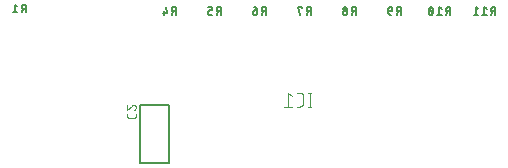
<source format=gbr>
G04 EAGLE Gerber RS-274X export*
G75*
%MOMM*%
%FSLAX34Y34*%
%LPD*%
%INSilkscreen Bottom*%
%IPPOS*%
%AMOC8*
5,1,8,0,0,1.08239X$1,22.5*%
G01*
%ADD10C,0.101600*%
%ADD11C,0.152400*%
%ADD12C,0.127000*%


D10*
X461744Y228092D02*
X461744Y216408D01*
X463042Y216408D02*
X460446Y216408D01*
X460446Y228092D02*
X463042Y228092D01*
X453282Y216408D02*
X450686Y216408D01*
X453282Y216408D02*
X453381Y216410D01*
X453481Y216416D01*
X453580Y216425D01*
X453678Y216438D01*
X453776Y216455D01*
X453874Y216476D01*
X453970Y216501D01*
X454065Y216529D01*
X454159Y216561D01*
X454252Y216596D01*
X454344Y216635D01*
X454434Y216678D01*
X454522Y216723D01*
X454609Y216773D01*
X454693Y216825D01*
X454776Y216881D01*
X454856Y216939D01*
X454934Y217001D01*
X455009Y217066D01*
X455082Y217134D01*
X455152Y217204D01*
X455220Y217277D01*
X455285Y217352D01*
X455347Y217430D01*
X455405Y217510D01*
X455461Y217593D01*
X455513Y217677D01*
X455563Y217764D01*
X455608Y217852D01*
X455651Y217942D01*
X455690Y218034D01*
X455725Y218127D01*
X455757Y218221D01*
X455785Y218316D01*
X455810Y218412D01*
X455831Y218510D01*
X455848Y218608D01*
X455861Y218706D01*
X455870Y218805D01*
X455876Y218905D01*
X455878Y219004D01*
X455879Y219004D02*
X455879Y225496D01*
X455878Y225496D02*
X455876Y225595D01*
X455870Y225695D01*
X455861Y225794D01*
X455848Y225892D01*
X455831Y225990D01*
X455810Y226088D01*
X455785Y226184D01*
X455757Y226279D01*
X455725Y226373D01*
X455690Y226466D01*
X455651Y226558D01*
X455608Y226648D01*
X455563Y226736D01*
X455513Y226823D01*
X455461Y226907D01*
X455405Y226990D01*
X455347Y227070D01*
X455285Y227148D01*
X455220Y227223D01*
X455152Y227296D01*
X455082Y227366D01*
X455009Y227434D01*
X454934Y227499D01*
X454856Y227561D01*
X454776Y227619D01*
X454693Y227675D01*
X454609Y227727D01*
X454522Y227777D01*
X454434Y227822D01*
X454344Y227865D01*
X454252Y227904D01*
X454159Y227939D01*
X454065Y227971D01*
X453970Y227999D01*
X453874Y228024D01*
X453776Y228045D01*
X453678Y228062D01*
X453580Y228075D01*
X453481Y228084D01*
X453381Y228090D01*
X453282Y228092D01*
X450686Y228092D01*
X446320Y225496D02*
X443075Y228092D01*
X443075Y216408D01*
X446320Y216408D02*
X439829Y216408D01*
D11*
X221353Y296164D02*
X221353Y302768D01*
X219518Y302768D01*
X219433Y302766D01*
X219349Y302760D01*
X219265Y302750D01*
X219181Y302737D01*
X219098Y302719D01*
X219016Y302698D01*
X218935Y302673D01*
X218855Y302644D01*
X218777Y302612D01*
X218701Y302576D01*
X218626Y302536D01*
X218553Y302493D01*
X218482Y302447D01*
X218413Y302398D01*
X218346Y302345D01*
X218282Y302289D01*
X218221Y302231D01*
X218163Y302170D01*
X218107Y302106D01*
X218054Y302039D01*
X218005Y301970D01*
X217959Y301899D01*
X217916Y301826D01*
X217876Y301751D01*
X217840Y301675D01*
X217808Y301597D01*
X217779Y301517D01*
X217754Y301436D01*
X217733Y301354D01*
X217715Y301271D01*
X217702Y301187D01*
X217692Y301103D01*
X217686Y301019D01*
X217684Y300934D01*
X217686Y300849D01*
X217692Y300765D01*
X217702Y300681D01*
X217715Y300597D01*
X217733Y300514D01*
X217754Y300432D01*
X217779Y300351D01*
X217808Y300271D01*
X217840Y300193D01*
X217876Y300117D01*
X217916Y300042D01*
X217959Y299969D01*
X218005Y299898D01*
X218054Y299829D01*
X218107Y299762D01*
X218163Y299698D01*
X218221Y299637D01*
X218282Y299579D01*
X218346Y299523D01*
X218413Y299470D01*
X218482Y299421D01*
X218553Y299375D01*
X218626Y299332D01*
X218701Y299292D01*
X218777Y299256D01*
X218855Y299224D01*
X218935Y299195D01*
X219016Y299170D01*
X219098Y299149D01*
X219181Y299131D01*
X219265Y299118D01*
X219349Y299108D01*
X219433Y299102D01*
X219518Y299100D01*
X219518Y299099D02*
X221353Y299099D01*
X219151Y299099D02*
X217684Y296164D01*
X214116Y301300D02*
X212282Y302768D01*
X212282Y296164D01*
X214116Y296164D02*
X210447Y296164D01*
X580610Y294132D02*
X580610Y300736D01*
X578776Y300736D01*
X578691Y300734D01*
X578607Y300728D01*
X578523Y300718D01*
X578439Y300705D01*
X578356Y300687D01*
X578274Y300666D01*
X578193Y300641D01*
X578113Y300612D01*
X578035Y300580D01*
X577959Y300544D01*
X577884Y300504D01*
X577811Y300461D01*
X577740Y300415D01*
X577671Y300366D01*
X577604Y300313D01*
X577540Y300257D01*
X577479Y300199D01*
X577421Y300138D01*
X577365Y300074D01*
X577312Y300007D01*
X577263Y299938D01*
X577217Y299867D01*
X577174Y299794D01*
X577134Y299719D01*
X577098Y299643D01*
X577066Y299565D01*
X577037Y299485D01*
X577012Y299404D01*
X576991Y299322D01*
X576973Y299239D01*
X576960Y299155D01*
X576950Y299071D01*
X576944Y298987D01*
X576942Y298902D01*
X576944Y298817D01*
X576950Y298733D01*
X576960Y298649D01*
X576973Y298565D01*
X576991Y298482D01*
X577012Y298400D01*
X577037Y298319D01*
X577066Y298239D01*
X577098Y298161D01*
X577134Y298085D01*
X577174Y298010D01*
X577217Y297937D01*
X577263Y297866D01*
X577312Y297797D01*
X577365Y297730D01*
X577421Y297666D01*
X577479Y297605D01*
X577540Y297547D01*
X577604Y297491D01*
X577671Y297438D01*
X577740Y297389D01*
X577811Y297343D01*
X577884Y297300D01*
X577959Y297260D01*
X578035Y297224D01*
X578113Y297192D01*
X578193Y297163D01*
X578274Y297138D01*
X578356Y297117D01*
X578439Y297099D01*
X578523Y297086D01*
X578607Y297076D01*
X578691Y297070D01*
X578776Y297068D01*
X578776Y297067D02*
X580610Y297067D01*
X578409Y297067D02*
X576941Y294132D01*
X573374Y299268D02*
X571539Y300736D01*
X571539Y294132D01*
X569705Y294132D02*
X573374Y294132D01*
X566058Y297434D02*
X566056Y297579D01*
X566050Y297724D01*
X566041Y297869D01*
X566027Y298014D01*
X566010Y298158D01*
X565988Y298301D01*
X565963Y298445D01*
X565934Y298587D01*
X565902Y298728D01*
X565865Y298869D01*
X565825Y299008D01*
X565781Y299147D01*
X565734Y299284D01*
X565683Y299420D01*
X565628Y299554D01*
X565570Y299687D01*
X565508Y299819D01*
X565509Y299819D02*
X565483Y299888D01*
X565454Y299955D01*
X565421Y300021D01*
X565385Y300084D01*
X565345Y300146D01*
X565302Y300205D01*
X565256Y300262D01*
X565207Y300316D01*
X565155Y300368D01*
X565100Y300417D01*
X565043Y300462D01*
X564983Y300505D01*
X564921Y300544D01*
X564858Y300580D01*
X564792Y300613D01*
X564725Y300641D01*
X564656Y300667D01*
X564586Y300688D01*
X564515Y300706D01*
X564443Y300719D01*
X564370Y300729D01*
X564297Y300735D01*
X564224Y300737D01*
X564224Y300736D02*
X564151Y300734D01*
X564078Y300728D01*
X564005Y300718D01*
X563934Y300705D01*
X563862Y300687D01*
X563792Y300666D01*
X563724Y300640D01*
X563656Y300612D01*
X563591Y300579D01*
X563527Y300543D01*
X563465Y300504D01*
X563406Y300462D01*
X563349Y300416D01*
X563294Y300367D01*
X563242Y300316D01*
X563193Y300261D01*
X563147Y300204D01*
X563104Y300145D01*
X563064Y300084D01*
X563028Y300020D01*
X562995Y299955D01*
X562966Y299888D01*
X562940Y299819D01*
X562878Y299687D01*
X562820Y299554D01*
X562765Y299420D01*
X562714Y299284D01*
X562667Y299147D01*
X562623Y299008D01*
X562583Y298869D01*
X562546Y298728D01*
X562514Y298587D01*
X562485Y298445D01*
X562460Y298302D01*
X562438Y298158D01*
X562421Y298014D01*
X562407Y297869D01*
X562398Y297724D01*
X562392Y297579D01*
X562390Y297434D01*
X566058Y297434D02*
X566056Y297289D01*
X566050Y297144D01*
X566041Y296999D01*
X566027Y296854D01*
X566010Y296710D01*
X565988Y296567D01*
X565963Y296424D01*
X565935Y296281D01*
X565902Y296140D01*
X565865Y295999D01*
X565825Y295860D01*
X565781Y295721D01*
X565734Y295584D01*
X565683Y295448D01*
X565628Y295314D01*
X565570Y295181D01*
X565508Y295049D01*
X565509Y295050D02*
X565483Y294981D01*
X565454Y294914D01*
X565421Y294848D01*
X565385Y294785D01*
X565345Y294723D01*
X565302Y294664D01*
X565256Y294607D01*
X565207Y294553D01*
X565155Y294501D01*
X565100Y294452D01*
X565043Y294407D01*
X564983Y294364D01*
X564921Y294325D01*
X564858Y294289D01*
X564792Y294256D01*
X564725Y294228D01*
X564656Y294202D01*
X564586Y294181D01*
X564515Y294163D01*
X564443Y294150D01*
X564370Y294140D01*
X564297Y294134D01*
X564224Y294132D01*
X562940Y295049D02*
X562878Y295181D01*
X562820Y295314D01*
X562765Y295448D01*
X562714Y295584D01*
X562667Y295721D01*
X562623Y295860D01*
X562583Y295999D01*
X562546Y296140D01*
X562514Y296281D01*
X562485Y296423D01*
X562460Y296566D01*
X562438Y296710D01*
X562421Y296854D01*
X562407Y296999D01*
X562398Y297144D01*
X562392Y297289D01*
X562390Y297434D01*
X562940Y295049D02*
X562966Y294980D01*
X562995Y294913D01*
X563028Y294848D01*
X563064Y294784D01*
X563104Y294723D01*
X563147Y294664D01*
X563193Y294607D01*
X563242Y294552D01*
X563294Y294501D01*
X563349Y294452D01*
X563406Y294406D01*
X563465Y294364D01*
X563527Y294325D01*
X563591Y294289D01*
X563656Y294256D01*
X563724Y294228D01*
X563792Y294202D01*
X563862Y294181D01*
X563934Y294163D01*
X564005Y294150D01*
X564078Y294140D01*
X564151Y294134D01*
X564224Y294132D01*
X565692Y295600D02*
X562757Y299268D01*
X618710Y300736D02*
X618710Y294132D01*
X618710Y300736D02*
X616876Y300736D01*
X616791Y300734D01*
X616707Y300728D01*
X616623Y300718D01*
X616539Y300705D01*
X616456Y300687D01*
X616374Y300666D01*
X616293Y300641D01*
X616213Y300612D01*
X616135Y300580D01*
X616059Y300544D01*
X615984Y300504D01*
X615911Y300461D01*
X615840Y300415D01*
X615771Y300366D01*
X615704Y300313D01*
X615640Y300257D01*
X615579Y300199D01*
X615521Y300138D01*
X615465Y300074D01*
X615412Y300007D01*
X615363Y299938D01*
X615317Y299867D01*
X615274Y299794D01*
X615234Y299719D01*
X615198Y299643D01*
X615166Y299565D01*
X615137Y299485D01*
X615112Y299404D01*
X615091Y299322D01*
X615073Y299239D01*
X615060Y299155D01*
X615050Y299071D01*
X615044Y298987D01*
X615042Y298902D01*
X615044Y298817D01*
X615050Y298733D01*
X615060Y298649D01*
X615073Y298565D01*
X615091Y298482D01*
X615112Y298400D01*
X615137Y298319D01*
X615166Y298239D01*
X615198Y298161D01*
X615234Y298085D01*
X615274Y298010D01*
X615317Y297937D01*
X615363Y297866D01*
X615412Y297797D01*
X615465Y297730D01*
X615521Y297666D01*
X615579Y297605D01*
X615640Y297547D01*
X615704Y297491D01*
X615771Y297438D01*
X615840Y297389D01*
X615911Y297343D01*
X615984Y297300D01*
X616059Y297260D01*
X616135Y297224D01*
X616213Y297192D01*
X616293Y297163D01*
X616374Y297138D01*
X616456Y297117D01*
X616539Y297099D01*
X616623Y297086D01*
X616707Y297076D01*
X616791Y297070D01*
X616876Y297068D01*
X616876Y297067D02*
X618710Y297067D01*
X616509Y297067D02*
X615041Y294132D01*
X611474Y299268D02*
X609639Y300736D01*
X609639Y294132D01*
X607805Y294132D02*
X611474Y294132D01*
X604159Y299268D02*
X602324Y300736D01*
X602324Y294132D01*
X600490Y294132D02*
X604159Y294132D01*
X348353Y294132D02*
X348353Y300736D01*
X346518Y300736D01*
X346433Y300734D01*
X346349Y300728D01*
X346265Y300718D01*
X346181Y300705D01*
X346098Y300687D01*
X346016Y300666D01*
X345935Y300641D01*
X345855Y300612D01*
X345777Y300580D01*
X345701Y300544D01*
X345626Y300504D01*
X345553Y300461D01*
X345482Y300415D01*
X345413Y300366D01*
X345346Y300313D01*
X345282Y300257D01*
X345221Y300199D01*
X345163Y300138D01*
X345107Y300074D01*
X345054Y300007D01*
X345005Y299938D01*
X344959Y299867D01*
X344916Y299794D01*
X344876Y299719D01*
X344840Y299643D01*
X344808Y299565D01*
X344779Y299485D01*
X344754Y299404D01*
X344733Y299322D01*
X344715Y299239D01*
X344702Y299155D01*
X344692Y299071D01*
X344686Y298987D01*
X344684Y298902D01*
X344686Y298817D01*
X344692Y298733D01*
X344702Y298649D01*
X344715Y298565D01*
X344733Y298482D01*
X344754Y298400D01*
X344779Y298319D01*
X344808Y298239D01*
X344840Y298161D01*
X344876Y298085D01*
X344916Y298010D01*
X344959Y297937D01*
X345005Y297866D01*
X345054Y297797D01*
X345107Y297730D01*
X345163Y297666D01*
X345221Y297605D01*
X345282Y297547D01*
X345346Y297491D01*
X345413Y297438D01*
X345482Y297389D01*
X345553Y297343D01*
X345626Y297300D01*
X345701Y297260D01*
X345777Y297224D01*
X345855Y297192D01*
X345935Y297163D01*
X346016Y297138D01*
X346098Y297117D01*
X346181Y297099D01*
X346265Y297086D01*
X346349Y297076D01*
X346433Y297070D01*
X346518Y297068D01*
X346518Y297067D02*
X348353Y297067D01*
X346151Y297067D02*
X344684Y294132D01*
X341116Y295600D02*
X339649Y300736D01*
X341116Y295600D02*
X337447Y295600D01*
X338548Y297067D02*
X338548Y294132D01*
X386453Y294132D02*
X386453Y300736D01*
X384618Y300736D01*
X384533Y300734D01*
X384449Y300728D01*
X384365Y300718D01*
X384281Y300705D01*
X384198Y300687D01*
X384116Y300666D01*
X384035Y300641D01*
X383955Y300612D01*
X383877Y300580D01*
X383801Y300544D01*
X383726Y300504D01*
X383653Y300461D01*
X383582Y300415D01*
X383513Y300366D01*
X383446Y300313D01*
X383382Y300257D01*
X383321Y300199D01*
X383263Y300138D01*
X383207Y300074D01*
X383154Y300007D01*
X383105Y299938D01*
X383059Y299867D01*
X383016Y299794D01*
X382976Y299719D01*
X382940Y299643D01*
X382908Y299565D01*
X382879Y299485D01*
X382854Y299404D01*
X382833Y299322D01*
X382815Y299239D01*
X382802Y299155D01*
X382792Y299071D01*
X382786Y298987D01*
X382784Y298902D01*
X382786Y298817D01*
X382792Y298733D01*
X382802Y298649D01*
X382815Y298565D01*
X382833Y298482D01*
X382854Y298400D01*
X382879Y298319D01*
X382908Y298239D01*
X382940Y298161D01*
X382976Y298085D01*
X383016Y298010D01*
X383059Y297937D01*
X383105Y297866D01*
X383154Y297797D01*
X383207Y297730D01*
X383263Y297666D01*
X383321Y297605D01*
X383382Y297547D01*
X383446Y297491D01*
X383513Y297438D01*
X383582Y297389D01*
X383653Y297343D01*
X383726Y297300D01*
X383801Y297260D01*
X383877Y297224D01*
X383955Y297192D01*
X384035Y297163D01*
X384116Y297138D01*
X384198Y297117D01*
X384281Y297099D01*
X384365Y297086D01*
X384449Y297076D01*
X384533Y297070D01*
X384618Y297068D01*
X384618Y297067D02*
X386453Y297067D01*
X384251Y297067D02*
X382784Y294132D01*
X379216Y294132D02*
X377015Y294132D01*
X376941Y294134D01*
X376866Y294140D01*
X376793Y294149D01*
X376719Y294162D01*
X376647Y294179D01*
X376576Y294199D01*
X376505Y294223D01*
X376436Y294251D01*
X376369Y294282D01*
X376303Y294316D01*
X376238Y294354D01*
X376176Y294395D01*
X376116Y294439D01*
X376059Y294486D01*
X376004Y294536D01*
X375951Y294589D01*
X375901Y294644D01*
X375854Y294701D01*
X375810Y294761D01*
X375769Y294823D01*
X375731Y294888D01*
X375697Y294953D01*
X375666Y295021D01*
X375638Y295090D01*
X375614Y295161D01*
X375594Y295232D01*
X375577Y295304D01*
X375564Y295378D01*
X375555Y295451D01*
X375549Y295526D01*
X375547Y295600D01*
X375547Y296333D01*
X375549Y296407D01*
X375555Y296482D01*
X375564Y296555D01*
X375577Y296629D01*
X375594Y296701D01*
X375614Y296772D01*
X375638Y296843D01*
X375666Y296912D01*
X375697Y296979D01*
X375731Y297045D01*
X375769Y297110D01*
X375810Y297172D01*
X375854Y297232D01*
X375901Y297289D01*
X375951Y297344D01*
X376004Y297397D01*
X376059Y297447D01*
X376116Y297494D01*
X376176Y297538D01*
X376238Y297579D01*
X376303Y297617D01*
X376369Y297651D01*
X376436Y297682D01*
X376505Y297710D01*
X376576Y297734D01*
X376647Y297754D01*
X376719Y297771D01*
X376793Y297784D01*
X376866Y297793D01*
X376941Y297799D01*
X377015Y297801D01*
X379216Y297801D01*
X379216Y300736D01*
X375547Y300736D01*
X424553Y300736D02*
X424553Y294132D01*
X424553Y300736D02*
X422718Y300736D01*
X422633Y300734D01*
X422549Y300728D01*
X422465Y300718D01*
X422381Y300705D01*
X422298Y300687D01*
X422216Y300666D01*
X422135Y300641D01*
X422055Y300612D01*
X421977Y300580D01*
X421901Y300544D01*
X421826Y300504D01*
X421753Y300461D01*
X421682Y300415D01*
X421613Y300366D01*
X421546Y300313D01*
X421482Y300257D01*
X421421Y300199D01*
X421363Y300138D01*
X421307Y300074D01*
X421254Y300007D01*
X421205Y299938D01*
X421159Y299867D01*
X421116Y299794D01*
X421076Y299719D01*
X421040Y299643D01*
X421008Y299565D01*
X420979Y299485D01*
X420954Y299404D01*
X420933Y299322D01*
X420915Y299239D01*
X420902Y299155D01*
X420892Y299071D01*
X420886Y298987D01*
X420884Y298902D01*
X420886Y298817D01*
X420892Y298733D01*
X420902Y298649D01*
X420915Y298565D01*
X420933Y298482D01*
X420954Y298400D01*
X420979Y298319D01*
X421008Y298239D01*
X421040Y298161D01*
X421076Y298085D01*
X421116Y298010D01*
X421159Y297937D01*
X421205Y297866D01*
X421254Y297797D01*
X421307Y297730D01*
X421363Y297666D01*
X421421Y297605D01*
X421482Y297547D01*
X421546Y297491D01*
X421613Y297438D01*
X421682Y297389D01*
X421753Y297343D01*
X421826Y297300D01*
X421901Y297260D01*
X421977Y297224D01*
X422055Y297192D01*
X422135Y297163D01*
X422216Y297138D01*
X422298Y297117D01*
X422381Y297099D01*
X422465Y297086D01*
X422549Y297076D01*
X422633Y297070D01*
X422718Y297068D01*
X422718Y297067D02*
X424553Y297067D01*
X422351Y297067D02*
X420884Y294132D01*
X417316Y297801D02*
X415115Y297801D01*
X415041Y297799D01*
X414966Y297793D01*
X414893Y297784D01*
X414819Y297771D01*
X414747Y297754D01*
X414676Y297734D01*
X414605Y297710D01*
X414536Y297682D01*
X414469Y297651D01*
X414403Y297617D01*
X414338Y297579D01*
X414276Y297538D01*
X414216Y297494D01*
X414159Y297447D01*
X414104Y297397D01*
X414051Y297344D01*
X414001Y297289D01*
X413954Y297232D01*
X413910Y297172D01*
X413869Y297110D01*
X413831Y297045D01*
X413797Y296979D01*
X413766Y296912D01*
X413738Y296843D01*
X413714Y296772D01*
X413694Y296701D01*
X413677Y296629D01*
X413664Y296555D01*
X413655Y296482D01*
X413649Y296407D01*
X413647Y296333D01*
X413647Y295966D01*
X413648Y295966D02*
X413650Y295881D01*
X413656Y295797D01*
X413666Y295713D01*
X413679Y295629D01*
X413697Y295546D01*
X413718Y295464D01*
X413743Y295383D01*
X413772Y295303D01*
X413804Y295225D01*
X413840Y295149D01*
X413880Y295074D01*
X413923Y295001D01*
X413969Y294930D01*
X414018Y294861D01*
X414071Y294794D01*
X414127Y294730D01*
X414185Y294669D01*
X414246Y294611D01*
X414310Y294555D01*
X414377Y294502D01*
X414446Y294453D01*
X414517Y294407D01*
X414590Y294364D01*
X414665Y294324D01*
X414741Y294288D01*
X414819Y294256D01*
X414899Y294227D01*
X414980Y294202D01*
X415062Y294181D01*
X415145Y294163D01*
X415229Y294150D01*
X415313Y294140D01*
X415397Y294134D01*
X415482Y294132D01*
X415567Y294134D01*
X415651Y294140D01*
X415735Y294150D01*
X415819Y294163D01*
X415902Y294181D01*
X415984Y294202D01*
X416065Y294227D01*
X416145Y294256D01*
X416223Y294288D01*
X416299Y294324D01*
X416374Y294364D01*
X416447Y294407D01*
X416518Y294453D01*
X416587Y294502D01*
X416654Y294555D01*
X416718Y294611D01*
X416779Y294669D01*
X416837Y294730D01*
X416893Y294794D01*
X416946Y294861D01*
X416995Y294930D01*
X417041Y295001D01*
X417084Y295074D01*
X417124Y295149D01*
X417160Y295225D01*
X417192Y295303D01*
X417221Y295383D01*
X417246Y295464D01*
X417267Y295546D01*
X417285Y295629D01*
X417298Y295713D01*
X417308Y295797D01*
X417314Y295881D01*
X417316Y295966D01*
X417316Y297801D01*
X417314Y297908D01*
X417308Y298015D01*
X417298Y298122D01*
X417285Y298228D01*
X417267Y298334D01*
X417246Y298439D01*
X417221Y298543D01*
X417192Y298647D01*
X417159Y298749D01*
X417122Y298849D01*
X417082Y298949D01*
X417038Y299047D01*
X416991Y299143D01*
X416940Y299237D01*
X416886Y299330D01*
X416829Y299420D01*
X416768Y299509D01*
X416704Y299595D01*
X416637Y299678D01*
X416567Y299760D01*
X416494Y299838D01*
X416418Y299914D01*
X416340Y299987D01*
X416258Y300057D01*
X416175Y300124D01*
X416089Y300188D01*
X416000Y300249D01*
X415910Y300306D01*
X415817Y300360D01*
X415723Y300411D01*
X415627Y300458D01*
X415529Y300502D01*
X415430Y300542D01*
X415329Y300579D01*
X415227Y300612D01*
X415123Y300641D01*
X415019Y300666D01*
X414914Y300687D01*
X414808Y300705D01*
X414702Y300718D01*
X414595Y300728D01*
X414488Y300734D01*
X414381Y300736D01*
X462653Y300736D02*
X462653Y294132D01*
X462653Y300736D02*
X460818Y300736D01*
X460733Y300734D01*
X460649Y300728D01*
X460565Y300718D01*
X460481Y300705D01*
X460398Y300687D01*
X460316Y300666D01*
X460235Y300641D01*
X460155Y300612D01*
X460077Y300580D01*
X460001Y300544D01*
X459926Y300504D01*
X459853Y300461D01*
X459782Y300415D01*
X459713Y300366D01*
X459646Y300313D01*
X459582Y300257D01*
X459521Y300199D01*
X459463Y300138D01*
X459407Y300074D01*
X459354Y300007D01*
X459305Y299938D01*
X459259Y299867D01*
X459216Y299794D01*
X459176Y299719D01*
X459140Y299643D01*
X459108Y299565D01*
X459079Y299485D01*
X459054Y299404D01*
X459033Y299322D01*
X459015Y299239D01*
X459002Y299155D01*
X458992Y299071D01*
X458986Y298987D01*
X458984Y298902D01*
X458986Y298817D01*
X458992Y298733D01*
X459002Y298649D01*
X459015Y298565D01*
X459033Y298482D01*
X459054Y298400D01*
X459079Y298319D01*
X459108Y298239D01*
X459140Y298161D01*
X459176Y298085D01*
X459216Y298010D01*
X459259Y297937D01*
X459305Y297866D01*
X459354Y297797D01*
X459407Y297730D01*
X459463Y297666D01*
X459521Y297605D01*
X459582Y297547D01*
X459646Y297491D01*
X459713Y297438D01*
X459782Y297389D01*
X459853Y297343D01*
X459926Y297300D01*
X460001Y297260D01*
X460077Y297224D01*
X460155Y297192D01*
X460235Y297163D01*
X460316Y297138D01*
X460398Y297117D01*
X460481Y297099D01*
X460565Y297086D01*
X460649Y297076D01*
X460733Y297070D01*
X460818Y297068D01*
X460818Y297067D02*
X462653Y297067D01*
X460451Y297067D02*
X458984Y294132D01*
X455416Y300002D02*
X455416Y300736D01*
X451747Y300736D01*
X453582Y294132D01*
X500753Y294132D02*
X500753Y300736D01*
X498918Y300736D01*
X498833Y300734D01*
X498749Y300728D01*
X498665Y300718D01*
X498581Y300705D01*
X498498Y300687D01*
X498416Y300666D01*
X498335Y300641D01*
X498255Y300612D01*
X498177Y300580D01*
X498101Y300544D01*
X498026Y300504D01*
X497953Y300461D01*
X497882Y300415D01*
X497813Y300366D01*
X497746Y300313D01*
X497682Y300257D01*
X497621Y300199D01*
X497563Y300138D01*
X497507Y300074D01*
X497454Y300007D01*
X497405Y299938D01*
X497359Y299867D01*
X497316Y299794D01*
X497276Y299719D01*
X497240Y299643D01*
X497208Y299565D01*
X497179Y299485D01*
X497154Y299404D01*
X497133Y299322D01*
X497115Y299239D01*
X497102Y299155D01*
X497092Y299071D01*
X497086Y298987D01*
X497084Y298902D01*
X497086Y298817D01*
X497092Y298733D01*
X497102Y298649D01*
X497115Y298565D01*
X497133Y298482D01*
X497154Y298400D01*
X497179Y298319D01*
X497208Y298239D01*
X497240Y298161D01*
X497276Y298085D01*
X497316Y298010D01*
X497359Y297937D01*
X497405Y297866D01*
X497454Y297797D01*
X497507Y297730D01*
X497563Y297666D01*
X497621Y297605D01*
X497682Y297547D01*
X497746Y297491D01*
X497813Y297438D01*
X497882Y297389D01*
X497953Y297343D01*
X498026Y297300D01*
X498101Y297260D01*
X498177Y297224D01*
X498255Y297192D01*
X498335Y297163D01*
X498416Y297138D01*
X498498Y297117D01*
X498581Y297099D01*
X498665Y297086D01*
X498749Y297076D01*
X498833Y297070D01*
X498918Y297068D01*
X498918Y297067D02*
X500753Y297067D01*
X498551Y297067D02*
X497084Y294132D01*
X493516Y295966D02*
X493514Y296051D01*
X493508Y296135D01*
X493498Y296219D01*
X493485Y296303D01*
X493467Y296386D01*
X493446Y296468D01*
X493421Y296549D01*
X493392Y296629D01*
X493360Y296707D01*
X493324Y296783D01*
X493284Y296858D01*
X493241Y296931D01*
X493195Y297002D01*
X493146Y297071D01*
X493093Y297138D01*
X493037Y297202D01*
X492979Y297263D01*
X492918Y297321D01*
X492854Y297377D01*
X492787Y297430D01*
X492718Y297479D01*
X492647Y297525D01*
X492574Y297568D01*
X492499Y297608D01*
X492423Y297644D01*
X492345Y297676D01*
X492265Y297705D01*
X492184Y297730D01*
X492102Y297751D01*
X492019Y297769D01*
X491935Y297782D01*
X491851Y297792D01*
X491767Y297798D01*
X491682Y297800D01*
X491597Y297798D01*
X491513Y297792D01*
X491429Y297782D01*
X491345Y297769D01*
X491262Y297751D01*
X491180Y297730D01*
X491099Y297705D01*
X491019Y297676D01*
X490941Y297644D01*
X490865Y297608D01*
X490790Y297568D01*
X490717Y297525D01*
X490646Y297479D01*
X490577Y297430D01*
X490510Y297377D01*
X490446Y297321D01*
X490385Y297263D01*
X490327Y297202D01*
X490271Y297138D01*
X490218Y297071D01*
X490169Y297002D01*
X490123Y296931D01*
X490080Y296858D01*
X490040Y296783D01*
X490004Y296707D01*
X489972Y296629D01*
X489943Y296549D01*
X489918Y296468D01*
X489897Y296386D01*
X489879Y296303D01*
X489866Y296219D01*
X489856Y296135D01*
X489850Y296051D01*
X489848Y295966D01*
X489850Y295881D01*
X489856Y295797D01*
X489866Y295713D01*
X489879Y295629D01*
X489897Y295546D01*
X489918Y295464D01*
X489943Y295383D01*
X489972Y295303D01*
X490004Y295225D01*
X490040Y295149D01*
X490080Y295074D01*
X490123Y295001D01*
X490169Y294930D01*
X490218Y294861D01*
X490271Y294794D01*
X490327Y294730D01*
X490385Y294669D01*
X490446Y294611D01*
X490510Y294555D01*
X490577Y294502D01*
X490646Y294453D01*
X490717Y294407D01*
X490790Y294364D01*
X490865Y294324D01*
X490941Y294288D01*
X491019Y294256D01*
X491099Y294227D01*
X491180Y294202D01*
X491262Y294181D01*
X491345Y294163D01*
X491429Y294150D01*
X491513Y294140D01*
X491597Y294134D01*
X491682Y294132D01*
X491767Y294134D01*
X491851Y294140D01*
X491935Y294150D01*
X492019Y294163D01*
X492102Y294181D01*
X492184Y294202D01*
X492265Y294227D01*
X492345Y294256D01*
X492423Y294288D01*
X492499Y294324D01*
X492574Y294364D01*
X492647Y294407D01*
X492718Y294453D01*
X492787Y294502D01*
X492854Y294555D01*
X492918Y294611D01*
X492979Y294669D01*
X493037Y294730D01*
X493093Y294794D01*
X493146Y294861D01*
X493195Y294930D01*
X493241Y295001D01*
X493284Y295074D01*
X493324Y295149D01*
X493360Y295225D01*
X493392Y295303D01*
X493421Y295383D01*
X493446Y295464D01*
X493467Y295546D01*
X493485Y295629D01*
X493498Y295713D01*
X493508Y295797D01*
X493514Y295881D01*
X493516Y295966D01*
X493150Y299268D02*
X493148Y299344D01*
X493142Y299419D01*
X493133Y299494D01*
X493119Y299568D01*
X493102Y299642D01*
X493080Y299714D01*
X493056Y299786D01*
X493027Y299856D01*
X492995Y299924D01*
X492960Y299991D01*
X492921Y300056D01*
X492878Y300119D01*
X492833Y300179D01*
X492785Y300237D01*
X492733Y300293D01*
X492679Y300345D01*
X492622Y300395D01*
X492563Y300442D01*
X492502Y300486D01*
X492438Y300527D01*
X492372Y300564D01*
X492304Y300598D01*
X492235Y300628D01*
X492164Y300655D01*
X492092Y300678D01*
X492019Y300697D01*
X491945Y300712D01*
X491870Y300724D01*
X491795Y300732D01*
X491720Y300736D01*
X491644Y300736D01*
X491569Y300732D01*
X491494Y300724D01*
X491419Y300712D01*
X491345Y300697D01*
X491272Y300678D01*
X491200Y300655D01*
X491129Y300628D01*
X491060Y300598D01*
X490992Y300564D01*
X490926Y300527D01*
X490862Y300486D01*
X490801Y300442D01*
X490742Y300395D01*
X490685Y300345D01*
X490631Y300293D01*
X490579Y300237D01*
X490531Y300179D01*
X490486Y300119D01*
X490443Y300056D01*
X490404Y299991D01*
X490369Y299924D01*
X490337Y299856D01*
X490308Y299786D01*
X490284Y299714D01*
X490262Y299642D01*
X490245Y299568D01*
X490231Y299494D01*
X490222Y299419D01*
X490216Y299344D01*
X490214Y299268D01*
X490216Y299192D01*
X490222Y299117D01*
X490231Y299042D01*
X490245Y298968D01*
X490262Y298894D01*
X490284Y298822D01*
X490308Y298750D01*
X490337Y298680D01*
X490369Y298612D01*
X490404Y298545D01*
X490443Y298480D01*
X490486Y298417D01*
X490531Y298357D01*
X490579Y298299D01*
X490631Y298243D01*
X490685Y298191D01*
X490742Y298141D01*
X490801Y298094D01*
X490862Y298050D01*
X490926Y298009D01*
X490992Y297972D01*
X491060Y297938D01*
X491129Y297908D01*
X491200Y297881D01*
X491272Y297858D01*
X491345Y297839D01*
X491419Y297824D01*
X491494Y297812D01*
X491569Y297804D01*
X491644Y297800D01*
X491720Y297800D01*
X491795Y297804D01*
X491870Y297812D01*
X491945Y297824D01*
X492019Y297839D01*
X492092Y297858D01*
X492164Y297881D01*
X492235Y297908D01*
X492304Y297938D01*
X492372Y297972D01*
X492438Y298009D01*
X492502Y298050D01*
X492563Y298094D01*
X492622Y298141D01*
X492679Y298191D01*
X492733Y298243D01*
X492785Y298299D01*
X492833Y298357D01*
X492878Y298417D01*
X492921Y298480D01*
X492960Y298545D01*
X492995Y298612D01*
X493027Y298680D01*
X493056Y298750D01*
X493080Y298822D01*
X493102Y298894D01*
X493119Y298968D01*
X493133Y299042D01*
X493142Y299117D01*
X493148Y299192D01*
X493150Y299268D01*
X538853Y300736D02*
X538853Y294132D01*
X538853Y300736D02*
X537018Y300736D01*
X536933Y300734D01*
X536849Y300728D01*
X536765Y300718D01*
X536681Y300705D01*
X536598Y300687D01*
X536516Y300666D01*
X536435Y300641D01*
X536355Y300612D01*
X536277Y300580D01*
X536201Y300544D01*
X536126Y300504D01*
X536053Y300461D01*
X535982Y300415D01*
X535913Y300366D01*
X535846Y300313D01*
X535782Y300257D01*
X535721Y300199D01*
X535663Y300138D01*
X535607Y300074D01*
X535554Y300007D01*
X535505Y299938D01*
X535459Y299867D01*
X535416Y299794D01*
X535376Y299719D01*
X535340Y299643D01*
X535308Y299565D01*
X535279Y299485D01*
X535254Y299404D01*
X535233Y299322D01*
X535215Y299239D01*
X535202Y299155D01*
X535192Y299071D01*
X535186Y298987D01*
X535184Y298902D01*
X535186Y298817D01*
X535192Y298733D01*
X535202Y298649D01*
X535215Y298565D01*
X535233Y298482D01*
X535254Y298400D01*
X535279Y298319D01*
X535308Y298239D01*
X535340Y298161D01*
X535376Y298085D01*
X535416Y298010D01*
X535459Y297937D01*
X535505Y297866D01*
X535554Y297797D01*
X535607Y297730D01*
X535663Y297666D01*
X535721Y297605D01*
X535782Y297547D01*
X535846Y297491D01*
X535913Y297438D01*
X535982Y297389D01*
X536053Y297343D01*
X536126Y297300D01*
X536201Y297260D01*
X536277Y297224D01*
X536355Y297192D01*
X536435Y297163D01*
X536516Y297138D01*
X536598Y297117D01*
X536681Y297099D01*
X536765Y297086D01*
X536849Y297076D01*
X536933Y297070D01*
X537018Y297068D01*
X537018Y297067D02*
X538853Y297067D01*
X536651Y297067D02*
X535184Y294132D01*
X530149Y297067D02*
X527947Y297067D01*
X530149Y297067D02*
X530223Y297069D01*
X530298Y297075D01*
X530371Y297084D01*
X530445Y297097D01*
X530517Y297114D01*
X530588Y297134D01*
X530659Y297158D01*
X530728Y297186D01*
X530796Y297217D01*
X530861Y297251D01*
X530926Y297289D01*
X530988Y297330D01*
X531048Y297374D01*
X531105Y297421D01*
X531160Y297471D01*
X531213Y297524D01*
X531263Y297579D01*
X531310Y297636D01*
X531354Y297696D01*
X531395Y297758D01*
X531433Y297823D01*
X531467Y297889D01*
X531498Y297956D01*
X531526Y298025D01*
X531550Y298096D01*
X531570Y298167D01*
X531587Y298240D01*
X531600Y298313D01*
X531609Y298387D01*
X531615Y298461D01*
X531617Y298535D01*
X531616Y298535D02*
X531616Y298902D01*
X531614Y298987D01*
X531608Y299071D01*
X531598Y299155D01*
X531585Y299239D01*
X531567Y299322D01*
X531546Y299404D01*
X531521Y299485D01*
X531492Y299565D01*
X531460Y299643D01*
X531424Y299719D01*
X531384Y299794D01*
X531341Y299867D01*
X531295Y299938D01*
X531246Y300007D01*
X531193Y300074D01*
X531137Y300138D01*
X531079Y300199D01*
X531018Y300257D01*
X530954Y300313D01*
X530887Y300366D01*
X530818Y300415D01*
X530747Y300461D01*
X530674Y300504D01*
X530599Y300544D01*
X530523Y300580D01*
X530445Y300612D01*
X530365Y300641D01*
X530284Y300666D01*
X530202Y300687D01*
X530119Y300705D01*
X530035Y300718D01*
X529951Y300728D01*
X529867Y300734D01*
X529782Y300736D01*
X529697Y300734D01*
X529613Y300728D01*
X529529Y300718D01*
X529445Y300705D01*
X529362Y300687D01*
X529280Y300666D01*
X529199Y300641D01*
X529119Y300612D01*
X529041Y300580D01*
X528965Y300544D01*
X528890Y300504D01*
X528817Y300461D01*
X528746Y300415D01*
X528677Y300366D01*
X528610Y300313D01*
X528546Y300257D01*
X528485Y300199D01*
X528427Y300138D01*
X528371Y300074D01*
X528318Y300007D01*
X528269Y299938D01*
X528223Y299867D01*
X528180Y299794D01*
X528140Y299719D01*
X528104Y299643D01*
X528072Y299565D01*
X528043Y299485D01*
X528018Y299404D01*
X527997Y299322D01*
X527979Y299239D01*
X527966Y299155D01*
X527956Y299071D01*
X527950Y298987D01*
X527948Y298902D01*
X527947Y298902D02*
X527947Y297067D01*
X527949Y296960D01*
X527955Y296853D01*
X527965Y296746D01*
X527978Y296640D01*
X527996Y296534D01*
X528017Y296429D01*
X528042Y296325D01*
X528071Y296221D01*
X528104Y296119D01*
X528141Y296019D01*
X528181Y295919D01*
X528225Y295821D01*
X528272Y295725D01*
X528323Y295631D01*
X528377Y295538D01*
X528434Y295448D01*
X528495Y295359D01*
X528559Y295273D01*
X528626Y295190D01*
X528696Y295108D01*
X528769Y295030D01*
X528845Y294954D01*
X528923Y294881D01*
X529005Y294811D01*
X529088Y294744D01*
X529174Y294680D01*
X529263Y294619D01*
X529353Y294562D01*
X529446Y294508D01*
X529540Y294457D01*
X529636Y294410D01*
X529734Y294366D01*
X529834Y294326D01*
X529934Y294289D01*
X530036Y294256D01*
X530140Y294227D01*
X530244Y294202D01*
X530349Y294181D01*
X530455Y294163D01*
X530561Y294150D01*
X530668Y294140D01*
X530775Y294134D01*
X530882Y294132D01*
D12*
X318008Y217678D02*
X318008Y168402D01*
X342392Y168402D01*
X342392Y217678D01*
X318008Y217678D01*
D10*
X306578Y210361D02*
X306578Y208612D01*
X306580Y208531D01*
X306585Y208451D01*
X306595Y208370D01*
X306608Y208290D01*
X306624Y208211D01*
X306645Y208133D01*
X306669Y208056D01*
X306696Y207980D01*
X306727Y207905D01*
X306761Y207832D01*
X306799Y207760D01*
X306840Y207691D01*
X306884Y207623D01*
X306931Y207557D01*
X306982Y207494D01*
X307035Y207433D01*
X307091Y207375D01*
X307149Y207319D01*
X307210Y207266D01*
X307273Y207215D01*
X307339Y207168D01*
X307407Y207124D01*
X307476Y207083D01*
X307548Y207045D01*
X307621Y207011D01*
X307696Y206980D01*
X307772Y206953D01*
X307849Y206929D01*
X307927Y206908D01*
X308006Y206892D01*
X308086Y206879D01*
X308167Y206869D01*
X308247Y206864D01*
X308328Y206862D01*
X312702Y206862D01*
X312783Y206864D01*
X312863Y206869D01*
X312944Y206879D01*
X313024Y206892D01*
X313103Y206908D01*
X313181Y206929D01*
X313258Y206953D01*
X313334Y206980D01*
X313409Y207011D01*
X313482Y207045D01*
X313554Y207083D01*
X313623Y207124D01*
X313691Y207168D01*
X313757Y207215D01*
X313820Y207266D01*
X313881Y207319D01*
X313939Y207375D01*
X313995Y207433D01*
X314048Y207494D01*
X314099Y207557D01*
X314146Y207623D01*
X314190Y207691D01*
X314231Y207760D01*
X314269Y207832D01*
X314303Y207905D01*
X314334Y207980D01*
X314361Y208056D01*
X314385Y208133D01*
X314406Y208211D01*
X314422Y208290D01*
X314435Y208370D01*
X314445Y208451D01*
X314450Y208531D01*
X314452Y208612D01*
X314452Y210361D01*
X314453Y215964D02*
X314451Y216050D01*
X314446Y216136D01*
X314436Y216221D01*
X314423Y216306D01*
X314406Y216390D01*
X314386Y216474D01*
X314362Y216556D01*
X314334Y216637D01*
X314303Y216718D01*
X314269Y216796D01*
X314231Y216873D01*
X314189Y216949D01*
X314145Y217022D01*
X314097Y217093D01*
X314046Y217163D01*
X313992Y217230D01*
X313936Y217294D01*
X313876Y217356D01*
X313814Y217416D01*
X313750Y217472D01*
X313683Y217526D01*
X313613Y217577D01*
X313542Y217625D01*
X313469Y217669D01*
X313393Y217711D01*
X313316Y217749D01*
X313238Y217783D01*
X313157Y217814D01*
X313076Y217842D01*
X312994Y217866D01*
X312910Y217886D01*
X312826Y217903D01*
X312741Y217916D01*
X312656Y217926D01*
X312570Y217931D01*
X312484Y217933D01*
X314452Y215964D02*
X314450Y215865D01*
X314444Y215765D01*
X314434Y215667D01*
X314421Y215568D01*
X314403Y215470D01*
X314382Y215373D01*
X314357Y215277D01*
X314328Y215182D01*
X314295Y215088D01*
X314259Y214995D01*
X314219Y214904D01*
X314176Y214815D01*
X314129Y214727D01*
X314079Y214642D01*
X314025Y214558D01*
X313968Y214477D01*
X313908Y214397D01*
X313845Y214321D01*
X313779Y214246D01*
X313710Y214175D01*
X313639Y214106D01*
X313564Y214040D01*
X313487Y213977D01*
X313408Y213917D01*
X313326Y213860D01*
X313243Y213807D01*
X313157Y213756D01*
X313069Y213710D01*
X312980Y213666D01*
X312889Y213627D01*
X312796Y213591D01*
X312702Y213558D01*
X310953Y217276D02*
X311017Y217340D01*
X311083Y217401D01*
X311152Y217459D01*
X311223Y217514D01*
X311296Y217567D01*
X311372Y217616D01*
X311449Y217661D01*
X311529Y217704D01*
X311610Y217743D01*
X311693Y217778D01*
X311777Y217810D01*
X311863Y217839D01*
X311949Y217863D01*
X312037Y217884D01*
X312125Y217901D01*
X312214Y217915D01*
X312304Y217924D01*
X312394Y217930D01*
X312484Y217932D01*
X310952Y217276D02*
X306578Y213558D01*
X306578Y217932D01*
M02*

</source>
